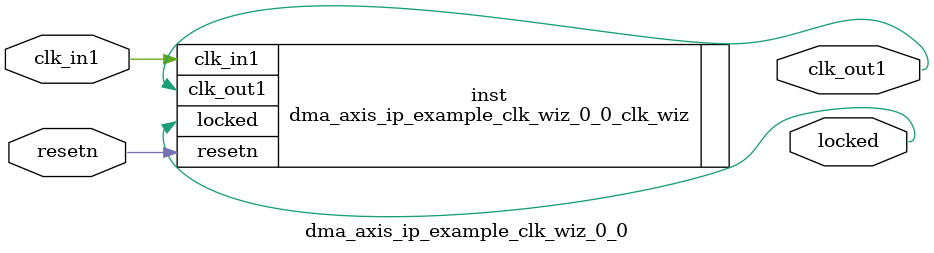
<source format=v>


`timescale 1ps/1ps

(* CORE_GENERATION_INFO = "dma_axis_ip_example_clk_wiz_0_0,clk_wiz_v6_0_14_0_0,{component_name=dma_axis_ip_example_clk_wiz_0_0,use_phase_alignment=true,use_min_o_jitter=false,use_max_i_jitter=false,use_dyn_phase_shift=false,use_inclk_switchover=false,use_dyn_reconfig=false,enable_axi=0,feedback_source=FDBK_AUTO,PRIMITIVE=MMCM,num_out_clk=1,clkin1_period=10.000,clkin2_period=10.000,use_power_down=false,use_reset=true,use_locked=true,use_inclk_stopped=false,feedback_type=SINGLE,CLOCK_MGR_TYPE=NA,manual_override=false}" *)

module dma_axis_ip_example_clk_wiz_0_0 
 (
  // Clock out ports
  output        clk_out1,
  // Status and control signals
  input         resetn,
  output        locked,
 // Clock in ports
  input         clk_in1
 );

  dma_axis_ip_example_clk_wiz_0_0_clk_wiz inst
  (
  // Clock out ports  
  .clk_out1(clk_out1),
  // Status and control signals               
  .resetn(resetn), 
  .locked(locked),
 // Clock in ports
  .clk_in1(clk_in1)
  );

endmodule

</source>
